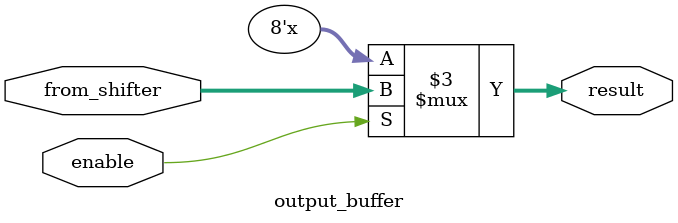
<source format=v>
/*
    tri-state buffer, 8-bit bus, on output
*/

`include "../heads.v"


module output_buffer (
                        output reg [7:0] result,
                        input wire [7:0] from_shifter,
                        input wire enable
                );
    always @ (*) begin
        result = (enable == 1'b1) ?
                                    from_shifter : 8'bzzzz_zzzz;
        `ifdef DEBUG_output_buffer
            $write("\n *****************************\n");
            $write(" {output_buffer}\n");
            $write("          enable:  %1b\n", enable);
            $write("    from_shifter:  %4b_%4b\n", 
                from_shifter[7:4], from_shifter[3:0]);
            $write("          result:  %4b_%4b\n", 
                result[7:4], result[3:0]);
            $write(" *****************************\n");
        `endif
    end 
endmodule


////////~~~~~~~~END>  output_buffer.v

</source>
